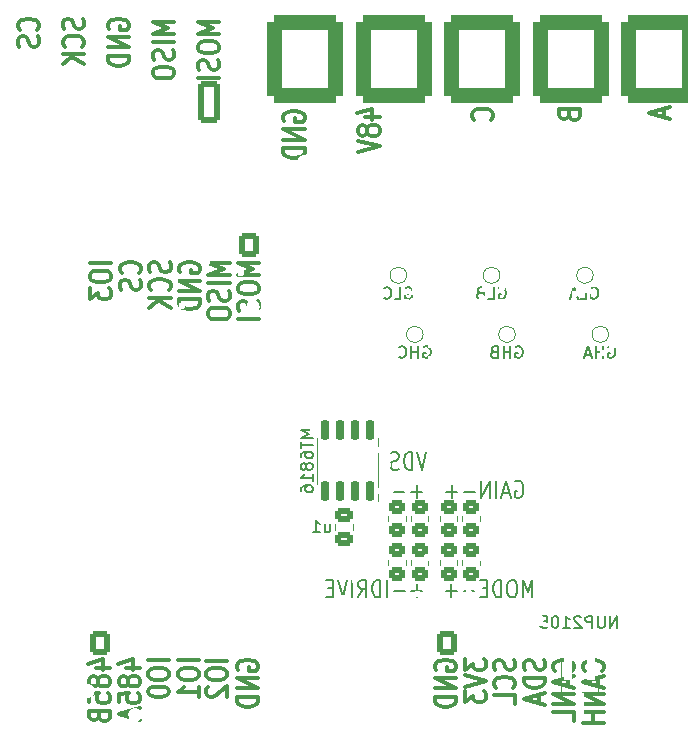
<source format=gbr>
%TF.GenerationSoftware,KiCad,Pcbnew,(6.0.7)*%
%TF.CreationDate,2023-02-02T22:14:04+01:00*%
%TF.ProjectId,bldc,626c6463-2e6b-4696-9361-645f70636258,rev?*%
%TF.SameCoordinates,Original*%
%TF.FileFunction,Legend,Bot*%
%TF.FilePolarity,Positive*%
%FSLAX46Y46*%
G04 Gerber Fmt 4.6, Leading zero omitted, Abs format (unit mm)*
G04 Created by KiCad (PCBNEW (6.0.7)) date 2023-02-02 22:14:04*
%MOMM*%
%LPD*%
G01*
G04 APERTURE LIST*
G04 Aperture macros list*
%AMRoundRect*
0 Rectangle with rounded corners*
0 $1 Rounding radius*
0 $2 $3 $4 $5 $6 $7 $8 $9 X,Y pos of 4 corners*
0 Add a 4 corners polygon primitive as box body*
4,1,4,$2,$3,$4,$5,$6,$7,$8,$9,$2,$3,0*
0 Add four circle primitives for the rounded corners*
1,1,$1+$1,$2,$3*
1,1,$1+$1,$4,$5*
1,1,$1+$1,$6,$7*
1,1,$1+$1,$8,$9*
0 Add four rect primitives between the rounded corners*
20,1,$1+$1,$2,$3,$4,$5,0*
20,1,$1+$1,$4,$5,$6,$7,0*
20,1,$1+$1,$6,$7,$8,$9,0*
20,1,$1+$1,$8,$9,$2,$3,0*%
G04 Aperture macros list end*
%ADD10C,0.300000*%
%ADD11C,0.200000*%
%ADD12C,0.150000*%
%ADD13C,0.120000*%
%ADD14RoundRect,0.650000X2.600000X3.100000X-2.600000X3.100000X-2.600000X-3.100000X2.600000X-3.100000X0*%
%ADD15C,3.200000*%
%ADD16O,1.400000X1.800000*%
%ADD17R,1.000000X1.000000*%
%ADD18O,1.000000X1.000000*%
%ADD19O,1.000000X2.100000*%
%ADD20O,1.000000X1.600000*%
%ADD21C,0.650000*%
%ADD22RoundRect,0.250000X0.650000X1.550000X-0.650000X1.550000X-0.650000X-1.550000X0.650000X-1.550000X0*%
%ADD23O,1.800000X3.600000*%
%ADD24C,1.400000*%
%ADD25O,1.400000X1.400000*%
%ADD26RoundRect,0.250000X0.600000X0.725000X-0.600000X0.725000X-0.600000X-0.725000X0.600000X-0.725000X0*%
%ADD27O,1.700000X1.950000*%
%ADD28RoundRect,0.250000X-0.600000X-0.725000X0.600000X-0.725000X0.600000X0.725000X-0.600000X0.725000X0*%
%ADD29RoundRect,0.250000X0.450000X-0.350000X0.450000X0.350000X-0.450000X0.350000X-0.450000X-0.350000X0*%
%ADD30C,1.000000*%
%ADD31RoundRect,0.250000X-0.450000X0.350000X-0.450000X-0.350000X0.450000X-0.350000X0.450000X0.350000X0*%
%ADD32RoundRect,0.250000X0.475000X-0.337500X0.475000X0.337500X-0.475000X0.337500X-0.475000X-0.337500X0*%
%ADD33RoundRect,0.150000X0.150000X-0.725000X0.150000X0.725000X-0.150000X0.725000X-0.150000X-0.725000X0*%
%ADD34R,0.800000X1.900000*%
%ADD35C,0.600000*%
%ADD36C,1.200000*%
%ADD37C,0.800000*%
G04 APERTURE END LIST*
D10*
X105314285Y-90352142D02*
X103514285Y-90352142D01*
X104800000Y-90852142D01*
X103514285Y-91352142D01*
X105314285Y-91352142D01*
X105314285Y-92066428D02*
X103514285Y-92066428D01*
X105228571Y-92709285D02*
X105314285Y-92923571D01*
X105314285Y-93280714D01*
X105228571Y-93423571D01*
X105142857Y-93495000D01*
X104971428Y-93566428D01*
X104800000Y-93566428D01*
X104628571Y-93495000D01*
X104542857Y-93423571D01*
X104457142Y-93280714D01*
X104371428Y-92995000D01*
X104285714Y-92852142D01*
X104200000Y-92780714D01*
X104028571Y-92709285D01*
X103857142Y-92709285D01*
X103685714Y-92780714D01*
X103600000Y-92852142D01*
X103514285Y-92995000D01*
X103514285Y-93352142D01*
X103600000Y-93566428D01*
X103514285Y-94495000D02*
X103514285Y-94780714D01*
X103600000Y-94923571D01*
X103771428Y-95066428D01*
X104114285Y-95137857D01*
X104714285Y-95137857D01*
X105057142Y-95066428D01*
X105228571Y-94923571D01*
X105314285Y-94780714D01*
X105314285Y-94495000D01*
X105228571Y-94352142D01*
X105057142Y-94209285D01*
X104714285Y-94137857D01*
X104114285Y-94137857D01*
X103771428Y-94209285D01*
X103600000Y-94352142D01*
X103514285Y-94495000D01*
X93742857Y-91009285D02*
X93828571Y-90937857D01*
X93914285Y-90723571D01*
X93914285Y-90580714D01*
X93828571Y-90366428D01*
X93657142Y-90223571D01*
X93485714Y-90152142D01*
X93142857Y-90080714D01*
X92885714Y-90080714D01*
X92542857Y-90152142D01*
X92371428Y-90223571D01*
X92200000Y-90366428D01*
X92114285Y-90580714D01*
X92114285Y-90723571D01*
X92200000Y-90937857D01*
X92285714Y-91009285D01*
X93828571Y-91580714D02*
X93914285Y-91795000D01*
X93914285Y-92152142D01*
X93828571Y-92295000D01*
X93742857Y-92366428D01*
X93571428Y-92437857D01*
X93400000Y-92437857D01*
X93228571Y-92366428D01*
X93142857Y-92295000D01*
X93057142Y-92152142D01*
X92971428Y-91866428D01*
X92885714Y-91723571D01*
X92800000Y-91652142D01*
X92628571Y-91580714D01*
X92457142Y-91580714D01*
X92285714Y-91652142D01*
X92200000Y-91723571D01*
X92114285Y-91866428D01*
X92114285Y-92223571D01*
X92200000Y-92437857D01*
X138771428Y-98252142D02*
X138857142Y-98466428D01*
X138942857Y-98537857D01*
X139114285Y-98609285D01*
X139371428Y-98609285D01*
X139542857Y-98537857D01*
X139628571Y-98466428D01*
X139714285Y-98323571D01*
X139714285Y-97752142D01*
X137914285Y-97752142D01*
X137914285Y-98252142D01*
X138000000Y-98395000D01*
X138085714Y-98466428D01*
X138257142Y-98537857D01*
X138428571Y-98537857D01*
X138600000Y-98466428D01*
X138685714Y-98395000D01*
X138771428Y-98252142D01*
X138771428Y-97752142D01*
X102342857Y-111609285D02*
X102428571Y-111537857D01*
X102514285Y-111323571D01*
X102514285Y-111180714D01*
X102428571Y-110966428D01*
X102257142Y-110823571D01*
X102085714Y-110752142D01*
X101742857Y-110680714D01*
X101485714Y-110680714D01*
X101142857Y-110752142D01*
X100971428Y-110823571D01*
X100800000Y-110966428D01*
X100714285Y-111180714D01*
X100714285Y-111323571D01*
X100800000Y-111537857D01*
X100885714Y-111609285D01*
X102428571Y-112180714D02*
X102514285Y-112395000D01*
X102514285Y-112752142D01*
X102428571Y-112895000D01*
X102342857Y-112966428D01*
X102171428Y-113037857D01*
X102000000Y-113037857D01*
X101828571Y-112966428D01*
X101742857Y-112895000D01*
X101657142Y-112752142D01*
X101571428Y-112466428D01*
X101485714Y-112323571D01*
X101400000Y-112252142D01*
X101228571Y-112180714D01*
X101057142Y-112180714D01*
X100885714Y-112252142D01*
X100800000Y-112323571D01*
X100714285Y-112466428D01*
X100714285Y-112823571D01*
X100800000Y-113037857D01*
X139042857Y-145302482D02*
X139128571Y-145231054D01*
X139214285Y-145016768D01*
X139214285Y-144873911D01*
X139128571Y-144659625D01*
X138957142Y-144516768D01*
X138785714Y-144445339D01*
X138442857Y-144373911D01*
X138185714Y-144373911D01*
X137842857Y-144445339D01*
X137671428Y-144516768D01*
X137500000Y-144659625D01*
X137414285Y-144873911D01*
X137414285Y-145016768D01*
X137500000Y-145231054D01*
X137585714Y-145302482D01*
X138700000Y-145873911D02*
X138700000Y-146588197D01*
X139214285Y-145731054D02*
X137414285Y-146231054D01*
X139214285Y-146731054D01*
X139214285Y-147231054D02*
X137414285Y-147231054D01*
X139214285Y-148088197D01*
X137414285Y-148088197D01*
X139214285Y-149516768D02*
X139214285Y-148802482D01*
X137414285Y-148802482D01*
X136628571Y-144367015D02*
X136714285Y-144581301D01*
X136714285Y-144938443D01*
X136628571Y-145081301D01*
X136542857Y-145152729D01*
X136371428Y-145224158D01*
X136200000Y-145224158D01*
X136028571Y-145152729D01*
X135942857Y-145081301D01*
X135857142Y-144938443D01*
X135771428Y-144652729D01*
X135685714Y-144509872D01*
X135600000Y-144438443D01*
X135428571Y-144367015D01*
X135257142Y-144367015D01*
X135085714Y-144438443D01*
X135000000Y-144509872D01*
X134914285Y-144652729D01*
X134914285Y-145009872D01*
X135000000Y-145224158D01*
X136714285Y-145867015D02*
X134914285Y-145867015D01*
X134914285Y-146224158D01*
X135000000Y-146438443D01*
X135171428Y-146581301D01*
X135342857Y-146652729D01*
X135685714Y-146724158D01*
X135942857Y-146724158D01*
X136285714Y-146652729D01*
X136457142Y-146581301D01*
X136628571Y-146438443D01*
X136714285Y-146224158D01*
X136714285Y-145867015D01*
X136200000Y-147295586D02*
X136200000Y-148009872D01*
X136714285Y-147152729D02*
X134914285Y-147652729D01*
X136714285Y-148152729D01*
X109814285Y-144417754D02*
X108014285Y-144417754D01*
X108014285Y-145417754D02*
X108014285Y-145703469D01*
X108100000Y-145846326D01*
X108271428Y-145989183D01*
X108614285Y-146060612D01*
X109214285Y-146060612D01*
X109557142Y-145989183D01*
X109728571Y-145846326D01*
X109814285Y-145703469D01*
X109814285Y-145417754D01*
X109728571Y-145274897D01*
X109557142Y-145132040D01*
X109214285Y-145060612D01*
X108614285Y-145060612D01*
X108271428Y-145132040D01*
X108100000Y-145274897D01*
X108014285Y-145417754D01*
X108185714Y-146632040D02*
X108100000Y-146703469D01*
X108014285Y-146846326D01*
X108014285Y-147203469D01*
X108100000Y-147346326D01*
X108185714Y-147417754D01*
X108357142Y-147489183D01*
X108528571Y-147489183D01*
X108785714Y-147417754D01*
X109814285Y-146560612D01*
X109814285Y-147489183D01*
X114650000Y-98737857D02*
X114564285Y-98595000D01*
X114564285Y-98380714D01*
X114650000Y-98166428D01*
X114821428Y-98023571D01*
X114992857Y-97952142D01*
X115335714Y-97880714D01*
X115592857Y-97880714D01*
X115935714Y-97952142D01*
X116107142Y-98023571D01*
X116278571Y-98166428D01*
X116364285Y-98380714D01*
X116364285Y-98523571D01*
X116278571Y-98737857D01*
X116192857Y-98809285D01*
X115592857Y-98809285D01*
X115592857Y-98523571D01*
X116364285Y-99452142D02*
X114564285Y-99452142D01*
X116364285Y-100309285D01*
X114564285Y-100309285D01*
X116364285Y-101023571D02*
X114564285Y-101023571D01*
X114564285Y-101380714D01*
X114650000Y-101595000D01*
X114821428Y-101737857D01*
X114992857Y-101809285D01*
X115335714Y-101880714D01*
X115592857Y-101880714D01*
X115935714Y-101809285D01*
X116107142Y-101737857D01*
X116278571Y-101595000D01*
X116364285Y-101380714D01*
X116364285Y-101023571D01*
D11*
X135657142Y-139078571D02*
X135657142Y-137578571D01*
X135257142Y-138650000D01*
X134857142Y-137578571D01*
X134857142Y-139078571D01*
X134057142Y-137578571D02*
X133828571Y-137578571D01*
X133714285Y-137650000D01*
X133600000Y-137792857D01*
X133542857Y-138078571D01*
X133542857Y-138578571D01*
X133600000Y-138864285D01*
X133714285Y-139007142D01*
X133828571Y-139078571D01*
X134057142Y-139078571D01*
X134171428Y-139007142D01*
X134285714Y-138864285D01*
X134342857Y-138578571D01*
X134342857Y-138078571D01*
X134285714Y-137792857D01*
X134171428Y-137650000D01*
X134057142Y-137578571D01*
X133028571Y-139078571D02*
X133028571Y-137578571D01*
X132742857Y-137578571D01*
X132571428Y-137650000D01*
X132457142Y-137792857D01*
X132400000Y-137935714D01*
X132342857Y-138221428D01*
X132342857Y-138435714D01*
X132400000Y-138721428D01*
X132457142Y-138864285D01*
X132571428Y-139007142D01*
X132742857Y-139078571D01*
X133028571Y-139078571D01*
X131828571Y-138292857D02*
X131428571Y-138292857D01*
X131257142Y-139078571D02*
X131828571Y-139078571D01*
X131828571Y-137578571D01*
X131257142Y-137578571D01*
X130742857Y-138507142D02*
X129828571Y-138507142D01*
X129257142Y-138507142D02*
X128342857Y-138507142D01*
X128800000Y-139078571D02*
X128800000Y-137935714D01*
X134200000Y-129250000D02*
X134314285Y-129178571D01*
X134485714Y-129178571D01*
X134657142Y-129250000D01*
X134771428Y-129392857D01*
X134828571Y-129535714D01*
X134885714Y-129821428D01*
X134885714Y-130035714D01*
X134828571Y-130321428D01*
X134771428Y-130464285D01*
X134657142Y-130607142D01*
X134485714Y-130678571D01*
X134371428Y-130678571D01*
X134200000Y-130607142D01*
X134142857Y-130535714D01*
X134142857Y-130035714D01*
X134371428Y-130035714D01*
X133685714Y-130250000D02*
X133114285Y-130250000D01*
X133800000Y-130678571D02*
X133400000Y-129178571D01*
X133000000Y-130678571D01*
X132600000Y-130678571D02*
X132600000Y-129178571D01*
X132028571Y-130678571D02*
X132028571Y-129178571D01*
X131342857Y-130678571D01*
X131342857Y-129178571D01*
X130771428Y-130107142D02*
X129857142Y-130107142D01*
X129285714Y-130107142D02*
X128371428Y-130107142D01*
X128828571Y-130678571D02*
X128828571Y-129535714D01*
X126328571Y-138507142D02*
X125414285Y-138507142D01*
X125871428Y-139078571D02*
X125871428Y-137935714D01*
X124842857Y-138507142D02*
X123928571Y-138507142D01*
X123357142Y-139078571D02*
X123357142Y-137578571D01*
X122785714Y-139078571D02*
X122785714Y-137578571D01*
X122500000Y-137578571D01*
X122328571Y-137650000D01*
X122214285Y-137792857D01*
X122157142Y-137935714D01*
X122100000Y-138221428D01*
X122100000Y-138435714D01*
X122157142Y-138721428D01*
X122214285Y-138864285D01*
X122328571Y-139007142D01*
X122500000Y-139078571D01*
X122785714Y-139078571D01*
X120900000Y-139078571D02*
X121300000Y-138364285D01*
X121585714Y-139078571D02*
X121585714Y-137578571D01*
X121128571Y-137578571D01*
X121014285Y-137650000D01*
X120957142Y-137721428D01*
X120900000Y-137864285D01*
X120900000Y-138078571D01*
X120957142Y-138221428D01*
X121014285Y-138292857D01*
X121128571Y-138364285D01*
X121585714Y-138364285D01*
X120385714Y-139078571D02*
X120385714Y-137578571D01*
X119985714Y-137578571D02*
X119585714Y-139078571D01*
X119185714Y-137578571D01*
X118785714Y-138292857D02*
X118385714Y-138292857D01*
X118214285Y-139078571D02*
X118785714Y-139078571D01*
X118785714Y-137578571D01*
X118214285Y-137578571D01*
D10*
X101214285Y-145039924D02*
X102414285Y-145039924D01*
X100528571Y-144682781D02*
X101814285Y-144325638D01*
X101814285Y-145254209D01*
X101385714Y-146039924D02*
X101300000Y-145897066D01*
X101214285Y-145825638D01*
X101042857Y-145754209D01*
X100957142Y-145754209D01*
X100785714Y-145825638D01*
X100700000Y-145897066D01*
X100614285Y-146039924D01*
X100614285Y-146325638D01*
X100700000Y-146468495D01*
X100785714Y-146539924D01*
X100957142Y-146611352D01*
X101042857Y-146611352D01*
X101214285Y-146539924D01*
X101300000Y-146468495D01*
X101385714Y-146325638D01*
X101385714Y-146039924D01*
X101471428Y-145897066D01*
X101557142Y-145825638D01*
X101728571Y-145754209D01*
X102071428Y-145754209D01*
X102242857Y-145825638D01*
X102328571Y-145897066D01*
X102414285Y-146039924D01*
X102414285Y-146325638D01*
X102328571Y-146468495D01*
X102242857Y-146539924D01*
X102071428Y-146611352D01*
X101728571Y-146611352D01*
X101557142Y-146539924D01*
X101471428Y-146468495D01*
X101385714Y-146325638D01*
X100614285Y-147968495D02*
X100614285Y-147254209D01*
X101471428Y-147182781D01*
X101385714Y-147254209D01*
X101300000Y-147397066D01*
X101300000Y-147754209D01*
X101385714Y-147897066D01*
X101471428Y-147968495D01*
X101642857Y-148039924D01*
X102071428Y-148039924D01*
X102242857Y-147968495D01*
X102328571Y-147897066D01*
X102414285Y-147754209D01*
X102414285Y-147397066D01*
X102328571Y-147254209D01*
X102242857Y-147182781D01*
X101900000Y-148611352D02*
X101900000Y-149325638D01*
X102414285Y-148468495D02*
X100614285Y-148968495D01*
X102414285Y-149468495D01*
X141542857Y-145309285D02*
X141628571Y-145237857D01*
X141714285Y-145023571D01*
X141714285Y-144880714D01*
X141628571Y-144666428D01*
X141457142Y-144523571D01*
X141285714Y-144452142D01*
X140942857Y-144380714D01*
X140685714Y-144380714D01*
X140342857Y-144452142D01*
X140171428Y-144523571D01*
X140000000Y-144666428D01*
X139914285Y-144880714D01*
X139914285Y-145023571D01*
X140000000Y-145237857D01*
X140085714Y-145309285D01*
X141200000Y-145880714D02*
X141200000Y-146595000D01*
X141714285Y-145737857D02*
X139914285Y-146237857D01*
X141714285Y-146737857D01*
X141714285Y-147237857D02*
X139914285Y-147237857D01*
X141714285Y-148095000D01*
X139914285Y-148095000D01*
X141714285Y-148809285D02*
X139914285Y-148809285D01*
X140771428Y-148809285D02*
X140771428Y-149666428D01*
X141714285Y-149666428D02*
X139914285Y-149666428D01*
X110700000Y-145203470D02*
X110614285Y-145060613D01*
X110614285Y-144846327D01*
X110700000Y-144632041D01*
X110871428Y-144489184D01*
X111042857Y-144417755D01*
X111385714Y-144346327D01*
X111642857Y-144346327D01*
X111985714Y-144417755D01*
X112157142Y-144489184D01*
X112328571Y-144632041D01*
X112414285Y-144846327D01*
X112414285Y-144989184D01*
X112328571Y-145203470D01*
X112242857Y-145274898D01*
X111642857Y-145274898D01*
X111642857Y-144989184D01*
X112414285Y-145917755D02*
X110614285Y-145917755D01*
X112414285Y-146774898D01*
X110614285Y-146774898D01*
X112414285Y-147489184D02*
X110614285Y-147489184D01*
X110614285Y-147846327D01*
X110700000Y-148060613D01*
X110871428Y-148203470D01*
X111042857Y-148274898D01*
X111385714Y-148346327D01*
X111642857Y-148346327D01*
X111985714Y-148274898D01*
X112157142Y-148203470D01*
X112328571Y-148060613D01*
X112414285Y-147846327D01*
X112414285Y-147489184D01*
X110014285Y-110752142D02*
X108214285Y-110752142D01*
X109500000Y-111252142D01*
X108214285Y-111752142D01*
X110014285Y-111752142D01*
X110014285Y-112466428D02*
X108214285Y-112466428D01*
X109928571Y-113109285D02*
X110014285Y-113323571D01*
X110014285Y-113680714D01*
X109928571Y-113823571D01*
X109842857Y-113895000D01*
X109671428Y-113966428D01*
X109500000Y-113966428D01*
X109328571Y-113895000D01*
X109242857Y-113823571D01*
X109157142Y-113680714D01*
X109071428Y-113395000D01*
X108985714Y-113252142D01*
X108900000Y-113180714D01*
X108728571Y-113109285D01*
X108557142Y-113109285D01*
X108385714Y-113180714D01*
X108300000Y-113252142D01*
X108214285Y-113395000D01*
X108214285Y-113752142D01*
X108300000Y-113966428D01*
X108214285Y-114895000D02*
X108214285Y-115180714D01*
X108300000Y-115323571D01*
X108471428Y-115466428D01*
X108814285Y-115537857D01*
X109414285Y-115537857D01*
X109757142Y-115466428D01*
X109928571Y-115323571D01*
X110014285Y-115180714D01*
X110014285Y-114895000D01*
X109928571Y-114752142D01*
X109757142Y-114609285D01*
X109414285Y-114537857D01*
X108814285Y-114537857D01*
X108471428Y-114609285D01*
X108300000Y-114752142D01*
X108214285Y-114895000D01*
X100014285Y-110752142D02*
X98214285Y-110752142D01*
X98214285Y-111752142D02*
X98214285Y-112037857D01*
X98300000Y-112180714D01*
X98471428Y-112323571D01*
X98814285Y-112395000D01*
X99414285Y-112395000D01*
X99757142Y-112323571D01*
X99928571Y-112180714D01*
X100014285Y-112037857D01*
X100014285Y-111752142D01*
X99928571Y-111609285D01*
X99757142Y-111466428D01*
X99414285Y-111395000D01*
X98814285Y-111395000D01*
X98471428Y-111466428D01*
X98300000Y-111609285D01*
X98214285Y-111752142D01*
X98214285Y-112895000D02*
X98214285Y-113823571D01*
X98900000Y-113323571D01*
X98900000Y-113537857D01*
X98985714Y-113680714D01*
X99071428Y-113752142D01*
X99242857Y-113823571D01*
X99671428Y-113823571D01*
X99842857Y-113752142D01*
X99928571Y-113680714D01*
X100014285Y-113537857D01*
X100014285Y-113109285D01*
X99928571Y-112966428D01*
X99842857Y-112895000D01*
X104914285Y-144403962D02*
X103114285Y-144403962D01*
X103114285Y-145403962D02*
X103114285Y-145689677D01*
X103200000Y-145832534D01*
X103371428Y-145975391D01*
X103714285Y-146046820D01*
X104314285Y-146046820D01*
X104657142Y-145975391D01*
X104828571Y-145832534D01*
X104914285Y-145689677D01*
X104914285Y-145403962D01*
X104828571Y-145261105D01*
X104657142Y-145118248D01*
X104314285Y-145046820D01*
X103714285Y-145046820D01*
X103371428Y-145118248D01*
X103200000Y-145261105D01*
X103114285Y-145403962D01*
X103114285Y-146975391D02*
X103114285Y-147118248D01*
X103200000Y-147261105D01*
X103285714Y-147332534D01*
X103457142Y-147403962D01*
X103800000Y-147475391D01*
X104228571Y-147475391D01*
X104571428Y-147403962D01*
X104742857Y-147332534D01*
X104828571Y-147261105D01*
X104914285Y-147118248D01*
X104914285Y-146975391D01*
X104828571Y-146832534D01*
X104742857Y-146761105D01*
X104571428Y-146689677D01*
X104228571Y-146618248D01*
X103800000Y-146618248D01*
X103457142Y-146689677D01*
X103285714Y-146761105D01*
X103200000Y-146832534D01*
X103114285Y-146975391D01*
X107414285Y-144410858D02*
X105614285Y-144410858D01*
X105614285Y-145410858D02*
X105614285Y-145696573D01*
X105700000Y-145839430D01*
X105871428Y-145982287D01*
X106214285Y-146053716D01*
X106814285Y-146053716D01*
X107157142Y-145982287D01*
X107328571Y-145839430D01*
X107414285Y-145696573D01*
X107414285Y-145410858D01*
X107328571Y-145268001D01*
X107157142Y-145125144D01*
X106814285Y-145053716D01*
X106214285Y-145053716D01*
X105871428Y-145125144D01*
X105700000Y-145268001D01*
X105614285Y-145410858D01*
X107414285Y-147482287D02*
X107414285Y-146625144D01*
X107414285Y-147053716D02*
X105614285Y-147053716D01*
X105871428Y-146910858D01*
X106042857Y-146768001D01*
X106128571Y-146625144D01*
X105800000Y-111537857D02*
X105714285Y-111395000D01*
X105714285Y-111180714D01*
X105800000Y-110966428D01*
X105971428Y-110823571D01*
X106142857Y-110752142D01*
X106485714Y-110680714D01*
X106742857Y-110680714D01*
X107085714Y-110752142D01*
X107257142Y-110823571D01*
X107428571Y-110966428D01*
X107514285Y-111180714D01*
X107514285Y-111323571D01*
X107428571Y-111537857D01*
X107342857Y-111609285D01*
X106742857Y-111609285D01*
X106742857Y-111323571D01*
X107514285Y-112252142D02*
X105714285Y-112252142D01*
X107514285Y-113109285D01*
X105714285Y-113109285D01*
X107514285Y-113823571D02*
X105714285Y-113823571D01*
X105714285Y-114180714D01*
X105800000Y-114395000D01*
X105971428Y-114537857D01*
X106142857Y-114609285D01*
X106485714Y-114680714D01*
X106742857Y-114680714D01*
X107085714Y-114609285D01*
X107257142Y-114537857D01*
X107428571Y-114395000D01*
X107514285Y-114180714D01*
X107514285Y-113823571D01*
X98714285Y-145033028D02*
X99914285Y-145033028D01*
X98028571Y-144675885D02*
X99314285Y-144318742D01*
X99314285Y-145247313D01*
X98885714Y-146033028D02*
X98800000Y-145890170D01*
X98714285Y-145818742D01*
X98542857Y-145747313D01*
X98457142Y-145747313D01*
X98285714Y-145818742D01*
X98200000Y-145890170D01*
X98114285Y-146033028D01*
X98114285Y-146318742D01*
X98200000Y-146461599D01*
X98285714Y-146533028D01*
X98457142Y-146604456D01*
X98542857Y-146604456D01*
X98714285Y-146533028D01*
X98800000Y-146461599D01*
X98885714Y-146318742D01*
X98885714Y-146033028D01*
X98971428Y-145890170D01*
X99057142Y-145818742D01*
X99228571Y-145747313D01*
X99571428Y-145747313D01*
X99742857Y-145818742D01*
X99828571Y-145890170D01*
X99914285Y-146033028D01*
X99914285Y-146318742D01*
X99828571Y-146461599D01*
X99742857Y-146533028D01*
X99571428Y-146604456D01*
X99228571Y-146604456D01*
X99057142Y-146533028D01*
X98971428Y-146461599D01*
X98885714Y-146318742D01*
X98114285Y-147961599D02*
X98114285Y-147247313D01*
X98971428Y-147175885D01*
X98885714Y-147247313D01*
X98800000Y-147390170D01*
X98800000Y-147747313D01*
X98885714Y-147890170D01*
X98971428Y-147961599D01*
X99142857Y-148033028D01*
X99571428Y-148033028D01*
X99742857Y-147961599D01*
X99828571Y-147890170D01*
X99914285Y-147747313D01*
X99914285Y-147390170D01*
X99828571Y-147247313D01*
X99742857Y-147175885D01*
X98971428Y-149175885D02*
X99057142Y-149390170D01*
X99142857Y-149461599D01*
X99314285Y-149533028D01*
X99571428Y-149533028D01*
X99742857Y-149461599D01*
X99828571Y-149390170D01*
X99914285Y-149247313D01*
X99914285Y-148675885D01*
X98114285Y-148675885D01*
X98114285Y-149175885D01*
X98200000Y-149318742D01*
X98285714Y-149390170D01*
X98457142Y-149461599D01*
X98628571Y-149461599D01*
X98800000Y-149390170D01*
X98885714Y-149318742D01*
X98971428Y-149175885D01*
X98971428Y-148675885D01*
X146800000Y-97680714D02*
X146800000Y-98395000D01*
X147314285Y-97537857D02*
X145514285Y-98037857D01*
X147314285Y-98537857D01*
X112514285Y-110752142D02*
X110714285Y-110752142D01*
X112000000Y-111252142D01*
X110714285Y-111752142D01*
X112514285Y-111752142D01*
X110714285Y-112752142D02*
X110714285Y-113037857D01*
X110800000Y-113180714D01*
X110971428Y-113323571D01*
X111314285Y-113395000D01*
X111914285Y-113395000D01*
X112257142Y-113323571D01*
X112428571Y-113180714D01*
X112514285Y-113037857D01*
X112514285Y-112752142D01*
X112428571Y-112609285D01*
X112257142Y-112466428D01*
X111914285Y-112395000D01*
X111314285Y-112395000D01*
X110971428Y-112466428D01*
X110800000Y-112609285D01*
X110714285Y-112752142D01*
X112428571Y-113966428D02*
X112514285Y-114180714D01*
X112514285Y-114537857D01*
X112428571Y-114680714D01*
X112342857Y-114752142D01*
X112171428Y-114823571D01*
X112000000Y-114823571D01*
X111828571Y-114752142D01*
X111742857Y-114680714D01*
X111657142Y-114537857D01*
X111571428Y-114252142D01*
X111485714Y-114109285D01*
X111400000Y-114037857D01*
X111228571Y-113966428D01*
X111057142Y-113966428D01*
X110885714Y-114037857D01*
X110800000Y-114109285D01*
X110714285Y-114252142D01*
X110714285Y-114609285D01*
X110800000Y-114823571D01*
X112514285Y-115466428D02*
X110714285Y-115466428D01*
X109114285Y-90352142D02*
X107314285Y-90352142D01*
X108600000Y-90852142D01*
X107314285Y-91352142D01*
X109114285Y-91352142D01*
X107314285Y-92352142D02*
X107314285Y-92637857D01*
X107400000Y-92780714D01*
X107571428Y-92923571D01*
X107914285Y-92995000D01*
X108514285Y-92995000D01*
X108857142Y-92923571D01*
X109028571Y-92780714D01*
X109114285Y-92637857D01*
X109114285Y-92352142D01*
X109028571Y-92209285D01*
X108857142Y-92066428D01*
X108514285Y-91995000D01*
X107914285Y-91995000D01*
X107571428Y-92066428D01*
X107400000Y-92209285D01*
X107314285Y-92352142D01*
X109028571Y-93566428D02*
X109114285Y-93780714D01*
X109114285Y-94137857D01*
X109028571Y-94280714D01*
X108942857Y-94352142D01*
X108771428Y-94423571D01*
X108600000Y-94423571D01*
X108428571Y-94352142D01*
X108342857Y-94280714D01*
X108257142Y-94137857D01*
X108171428Y-93852142D01*
X108085714Y-93709285D01*
X108000000Y-93637857D01*
X107828571Y-93566428D01*
X107657142Y-93566428D01*
X107485714Y-93637857D01*
X107400000Y-93709285D01*
X107314285Y-93852142D01*
X107314285Y-94209285D01*
X107400000Y-94423571D01*
X109114285Y-95066428D02*
X107314285Y-95066428D01*
X104928571Y-110680714D02*
X105014285Y-110895000D01*
X105014285Y-111252142D01*
X104928571Y-111395000D01*
X104842857Y-111466428D01*
X104671428Y-111537857D01*
X104500000Y-111537857D01*
X104328571Y-111466428D01*
X104242857Y-111395000D01*
X104157142Y-111252142D01*
X104071428Y-110966428D01*
X103985714Y-110823571D01*
X103900000Y-110752142D01*
X103728571Y-110680714D01*
X103557142Y-110680714D01*
X103385714Y-110752142D01*
X103300000Y-110823571D01*
X103214285Y-110966428D01*
X103214285Y-111323571D01*
X103300000Y-111537857D01*
X104842857Y-113037857D02*
X104928571Y-112966428D01*
X105014285Y-112752142D01*
X105014285Y-112609285D01*
X104928571Y-112395000D01*
X104757142Y-112252142D01*
X104585714Y-112180714D01*
X104242857Y-112109285D01*
X103985714Y-112109285D01*
X103642857Y-112180714D01*
X103471428Y-112252142D01*
X103300000Y-112395000D01*
X103214285Y-112609285D01*
X103214285Y-112752142D01*
X103300000Y-112966428D01*
X103385714Y-113037857D01*
X105014285Y-113680714D02*
X103214285Y-113680714D01*
X105014285Y-114537857D02*
X103985714Y-113895000D01*
X103214285Y-114537857D02*
X104242857Y-113680714D01*
X129914285Y-144281794D02*
X129914285Y-145210366D01*
X130600000Y-144710366D01*
X130600000Y-144924651D01*
X130685714Y-145067509D01*
X130771428Y-145138937D01*
X130942857Y-145210366D01*
X131371428Y-145210366D01*
X131542857Y-145138937D01*
X131628571Y-145067509D01*
X131714285Y-144924651D01*
X131714285Y-144496080D01*
X131628571Y-144353223D01*
X131542857Y-144281794D01*
X129914285Y-145638937D02*
X131714285Y-146138937D01*
X129914285Y-146638937D01*
X129914285Y-146996080D02*
X129914285Y-147924651D01*
X130600000Y-147424651D01*
X130600000Y-147638937D01*
X130685714Y-147781794D01*
X130771428Y-147853223D01*
X130942857Y-147924651D01*
X131371428Y-147924651D01*
X131542857Y-147853223D01*
X131628571Y-147781794D01*
X131714285Y-147638937D01*
X131714285Y-147210366D01*
X131628571Y-147067509D01*
X131542857Y-146996080D01*
X127500000Y-145203470D02*
X127414285Y-145060613D01*
X127414285Y-144846327D01*
X127500000Y-144632041D01*
X127671428Y-144489184D01*
X127842857Y-144417755D01*
X128185714Y-144346327D01*
X128442857Y-144346327D01*
X128785714Y-144417755D01*
X128957142Y-144489184D01*
X129128571Y-144632041D01*
X129214285Y-144846327D01*
X129214285Y-144989184D01*
X129128571Y-145203470D01*
X129042857Y-145274898D01*
X128442857Y-145274898D01*
X128442857Y-144989184D01*
X129214285Y-145917755D02*
X127414285Y-145917755D01*
X129214285Y-146774898D01*
X127414285Y-146774898D01*
X129214285Y-147489184D02*
X127414285Y-147489184D01*
X127414285Y-147846327D01*
X127500000Y-148060613D01*
X127671428Y-148203470D01*
X127842857Y-148274898D01*
X128185714Y-148346327D01*
X128442857Y-148346327D01*
X128785714Y-148274898D01*
X128957142Y-148203470D01*
X129128571Y-148060613D01*
X129214285Y-147846327D01*
X129214285Y-147489184D01*
D11*
X126671428Y-126771071D02*
X126271428Y-128271071D01*
X125871428Y-126771071D01*
X125471428Y-128271071D02*
X125471428Y-126771071D01*
X125185714Y-126771071D01*
X125014285Y-126842500D01*
X124900000Y-126985357D01*
X124842857Y-127128214D01*
X124785714Y-127413928D01*
X124785714Y-127628214D01*
X124842857Y-127913928D01*
X124900000Y-128056785D01*
X125014285Y-128199642D01*
X125185714Y-128271071D01*
X125471428Y-128271071D01*
X124328571Y-128199642D02*
X124157142Y-128271071D01*
X123871428Y-128271071D01*
X123757142Y-128199642D01*
X123700000Y-128128214D01*
X123642857Y-127985357D01*
X123642857Y-127842500D01*
X123700000Y-127699642D01*
X123757142Y-127628214D01*
X123871428Y-127556785D01*
X124100000Y-127485357D01*
X124214285Y-127413928D01*
X124271428Y-127342500D01*
X124328571Y-127199642D01*
X124328571Y-127056785D01*
X124271428Y-126913928D01*
X124214285Y-126842500D01*
X124100000Y-126771071D01*
X123814285Y-126771071D01*
X123642857Y-126842500D01*
X126300000Y-130114642D02*
X125385714Y-130114642D01*
X125842857Y-130686071D02*
X125842857Y-129543214D01*
X124814285Y-130114642D02*
X123900000Y-130114642D01*
D10*
X97628571Y-90080714D02*
X97714285Y-90295000D01*
X97714285Y-90652142D01*
X97628571Y-90795000D01*
X97542857Y-90866428D01*
X97371428Y-90937857D01*
X97200000Y-90937857D01*
X97028571Y-90866428D01*
X96942857Y-90795000D01*
X96857142Y-90652142D01*
X96771428Y-90366428D01*
X96685714Y-90223571D01*
X96600000Y-90152142D01*
X96428571Y-90080714D01*
X96257142Y-90080714D01*
X96085714Y-90152142D01*
X96000000Y-90223571D01*
X95914285Y-90366428D01*
X95914285Y-90723571D01*
X96000000Y-90937857D01*
X97542857Y-92437857D02*
X97628571Y-92366428D01*
X97714285Y-92152142D01*
X97714285Y-92009285D01*
X97628571Y-91795000D01*
X97457142Y-91652142D01*
X97285714Y-91580714D01*
X96942857Y-91509285D01*
X96685714Y-91509285D01*
X96342857Y-91580714D01*
X96171428Y-91652142D01*
X96000000Y-91795000D01*
X95914285Y-92009285D01*
X95914285Y-92152142D01*
X96000000Y-92366428D01*
X96085714Y-92437857D01*
X97714285Y-93080714D02*
X95914285Y-93080714D01*
X97714285Y-93937857D02*
X96685714Y-93295000D01*
X95914285Y-93937857D02*
X96942857Y-93080714D01*
X132142857Y-98609285D02*
X132228571Y-98537857D01*
X132314285Y-98323571D01*
X132314285Y-98180714D01*
X132228571Y-97966428D01*
X132057142Y-97823571D01*
X131885714Y-97752142D01*
X131542857Y-97680714D01*
X131285714Y-97680714D01*
X130942857Y-97752142D01*
X130771428Y-97823571D01*
X130600000Y-97966428D01*
X130514285Y-98180714D01*
X130514285Y-98323571D01*
X130600000Y-98537857D01*
X130685714Y-98609285D01*
X134128571Y-144360119D02*
X134214285Y-144574405D01*
X134214285Y-144931547D01*
X134128571Y-145074405D01*
X134042857Y-145145833D01*
X133871428Y-145217262D01*
X133700000Y-145217262D01*
X133528571Y-145145833D01*
X133442857Y-145074405D01*
X133357142Y-144931547D01*
X133271428Y-144645833D01*
X133185714Y-144502976D01*
X133100000Y-144431547D01*
X132928571Y-144360119D01*
X132757142Y-144360119D01*
X132585714Y-144431547D01*
X132500000Y-144502976D01*
X132414285Y-144645833D01*
X132414285Y-145002976D01*
X132500000Y-145217262D01*
X134042857Y-146717262D02*
X134128571Y-146645833D01*
X134214285Y-146431547D01*
X134214285Y-146288690D01*
X134128571Y-146074405D01*
X133957142Y-145931547D01*
X133785714Y-145860119D01*
X133442857Y-145788690D01*
X133185714Y-145788690D01*
X132842857Y-145860119D01*
X132671428Y-145931547D01*
X132500000Y-146074405D01*
X132414285Y-146288690D01*
X132414285Y-146431547D01*
X132500000Y-146645833D01*
X132585714Y-146717262D01*
X134214285Y-148074405D02*
X134214285Y-147360119D01*
X132414285Y-147360119D01*
X121514285Y-98395000D02*
X122714285Y-98395000D01*
X120828571Y-98037857D02*
X122114285Y-97680714D01*
X122114285Y-98609285D01*
X121685714Y-99395000D02*
X121600000Y-99252142D01*
X121514285Y-99180714D01*
X121342857Y-99109285D01*
X121257142Y-99109285D01*
X121085714Y-99180714D01*
X121000000Y-99252142D01*
X120914285Y-99395000D01*
X120914285Y-99680714D01*
X121000000Y-99823571D01*
X121085714Y-99895000D01*
X121257142Y-99966428D01*
X121342857Y-99966428D01*
X121514285Y-99895000D01*
X121600000Y-99823571D01*
X121685714Y-99680714D01*
X121685714Y-99395000D01*
X121771428Y-99252142D01*
X121857142Y-99180714D01*
X122028571Y-99109285D01*
X122371428Y-99109285D01*
X122542857Y-99180714D01*
X122628571Y-99252142D01*
X122714285Y-99395000D01*
X122714285Y-99680714D01*
X122628571Y-99823571D01*
X122542857Y-99895000D01*
X122371428Y-99966428D01*
X122028571Y-99966428D01*
X121857142Y-99895000D01*
X121771428Y-99823571D01*
X121685714Y-99680714D01*
X120914285Y-100395000D02*
X122714285Y-100895000D01*
X120914285Y-101395000D01*
X99800000Y-90937857D02*
X99714285Y-90795000D01*
X99714285Y-90580714D01*
X99800000Y-90366428D01*
X99971428Y-90223571D01*
X100142857Y-90152142D01*
X100485714Y-90080714D01*
X100742857Y-90080714D01*
X101085714Y-90152142D01*
X101257142Y-90223571D01*
X101428571Y-90366428D01*
X101514285Y-90580714D01*
X101514285Y-90723571D01*
X101428571Y-90937857D01*
X101342857Y-91009285D01*
X100742857Y-91009285D01*
X100742857Y-90723571D01*
X101514285Y-91652142D02*
X99714285Y-91652142D01*
X101514285Y-92509285D01*
X99714285Y-92509285D01*
X101514285Y-93223571D02*
X99714285Y-93223571D01*
X99714285Y-93580714D01*
X99800000Y-93795000D01*
X99971428Y-93937857D01*
X100142857Y-94009285D01*
X100485714Y-94080714D01*
X100742857Y-94080714D01*
X101085714Y-94009285D01*
X101257142Y-93937857D01*
X101428571Y-93795000D01*
X101514285Y-93580714D01*
X101514285Y-93223571D01*
D12*
%TO.C,TP3*%
X134261904Y-117850000D02*
X134357142Y-117802380D01*
X134500000Y-117802380D01*
X134642857Y-117850000D01*
X134738095Y-117945238D01*
X134785714Y-118040476D01*
X134833333Y-118230952D01*
X134833333Y-118373809D01*
X134785714Y-118564285D01*
X134738095Y-118659523D01*
X134642857Y-118754761D01*
X134500000Y-118802380D01*
X134404761Y-118802380D01*
X134261904Y-118754761D01*
X134214285Y-118707142D01*
X134214285Y-118373809D01*
X134404761Y-118373809D01*
X133785714Y-118802380D02*
X133785714Y-117802380D01*
X133785714Y-118278571D02*
X133214285Y-118278571D01*
X133214285Y-118802380D02*
X133214285Y-117802380D01*
X132404761Y-118278571D02*
X132261904Y-118326190D01*
X132214285Y-118373809D01*
X132166666Y-118469047D01*
X132166666Y-118611904D01*
X132214285Y-118707142D01*
X132261904Y-118754761D01*
X132357142Y-118802380D01*
X132738095Y-118802380D01*
X132738095Y-117802380D01*
X132404761Y-117802380D01*
X132309523Y-117850000D01*
X132261904Y-117897619D01*
X132214285Y-117992857D01*
X132214285Y-118088095D01*
X132261904Y-118183333D01*
X132309523Y-118230952D01*
X132404761Y-118278571D01*
X132738095Y-118278571D01*
%TO.C,TP5*%
X126461904Y-117850000D02*
X126557142Y-117802380D01*
X126700000Y-117802380D01*
X126842857Y-117850000D01*
X126938095Y-117945238D01*
X126985714Y-118040476D01*
X127033333Y-118230952D01*
X127033333Y-118373809D01*
X126985714Y-118564285D01*
X126938095Y-118659523D01*
X126842857Y-118754761D01*
X126700000Y-118802380D01*
X126604761Y-118802380D01*
X126461904Y-118754761D01*
X126414285Y-118707142D01*
X126414285Y-118373809D01*
X126604761Y-118373809D01*
X125985714Y-118802380D02*
X125985714Y-117802380D01*
X125985714Y-118278571D02*
X125414285Y-118278571D01*
X125414285Y-118802380D02*
X125414285Y-117802380D01*
X124366666Y-118707142D02*
X124414285Y-118754761D01*
X124557142Y-118802380D01*
X124652380Y-118802380D01*
X124795238Y-118754761D01*
X124890476Y-118659523D01*
X124938095Y-118564285D01*
X124985714Y-118373809D01*
X124985714Y-118230952D01*
X124938095Y-118040476D01*
X124890476Y-117945238D01*
X124795238Y-117850000D01*
X124652380Y-117802380D01*
X124557142Y-117802380D01*
X124414285Y-117850000D01*
X124366666Y-117897619D01*
%TO.C,TP1*%
X142090476Y-117850000D02*
X142185714Y-117802380D01*
X142328571Y-117802380D01*
X142471428Y-117850000D01*
X142566666Y-117945238D01*
X142614285Y-118040476D01*
X142661904Y-118230952D01*
X142661904Y-118373809D01*
X142614285Y-118564285D01*
X142566666Y-118659523D01*
X142471428Y-118754761D01*
X142328571Y-118802380D01*
X142233333Y-118802380D01*
X142090476Y-118754761D01*
X142042857Y-118707142D01*
X142042857Y-118373809D01*
X142233333Y-118373809D01*
X141614285Y-118802380D02*
X141614285Y-117802380D01*
X141614285Y-118278571D02*
X141042857Y-118278571D01*
X141042857Y-118802380D02*
X141042857Y-117802380D01*
X140614285Y-118516666D02*
X140138095Y-118516666D01*
X140709523Y-118802380D02*
X140376190Y-117802380D01*
X140042857Y-118802380D01*
%TO.C,C34*%
X118061904Y-132885714D02*
X118061904Y-133552380D01*
X118490476Y-132885714D02*
X118490476Y-133409523D01*
X118442857Y-133504761D01*
X118347619Y-133552380D01*
X118204761Y-133552380D01*
X118109523Y-133504761D01*
X118061904Y-133457142D01*
X117061904Y-133552380D02*
X117633333Y-133552380D01*
X117347619Y-133552380D02*
X117347619Y-132552380D01*
X117442857Y-132695238D01*
X117538095Y-132790476D01*
X117633333Y-132838095D01*
%TO.C,TP6*%
X124942857Y-112850000D02*
X125038095Y-112802380D01*
X125180952Y-112802380D01*
X125323809Y-112850000D01*
X125419047Y-112945238D01*
X125466666Y-113040476D01*
X125514285Y-113230952D01*
X125514285Y-113373809D01*
X125466666Y-113564285D01*
X125419047Y-113659523D01*
X125323809Y-113754761D01*
X125180952Y-113802380D01*
X125085714Y-113802380D01*
X124942857Y-113754761D01*
X124895238Y-113707142D01*
X124895238Y-113373809D01*
X125085714Y-113373809D01*
X123990476Y-113802380D02*
X124466666Y-113802380D01*
X124466666Y-112802380D01*
X123085714Y-113707142D02*
X123133333Y-113754761D01*
X123276190Y-113802380D01*
X123371428Y-113802380D01*
X123514285Y-113754761D01*
X123609523Y-113659523D01*
X123657142Y-113564285D01*
X123704761Y-113373809D01*
X123704761Y-113230952D01*
X123657142Y-113040476D01*
X123609523Y-112945238D01*
X123514285Y-112850000D01*
X123371428Y-112802380D01*
X123276190Y-112802380D01*
X123133333Y-112850000D01*
X123085714Y-112897619D01*
%TO.C,TP4*%
X132842857Y-112850000D02*
X132938095Y-112802380D01*
X133080952Y-112802380D01*
X133223809Y-112850000D01*
X133319047Y-112945238D01*
X133366666Y-113040476D01*
X133414285Y-113230952D01*
X133414285Y-113373809D01*
X133366666Y-113564285D01*
X133319047Y-113659523D01*
X133223809Y-113754761D01*
X133080952Y-113802380D01*
X132985714Y-113802380D01*
X132842857Y-113754761D01*
X132795238Y-113707142D01*
X132795238Y-113373809D01*
X132985714Y-113373809D01*
X131890476Y-113802380D02*
X132366666Y-113802380D01*
X132366666Y-112802380D01*
X131223809Y-113278571D02*
X131080952Y-113326190D01*
X131033333Y-113373809D01*
X130985714Y-113469047D01*
X130985714Y-113611904D01*
X131033333Y-113707142D01*
X131080952Y-113754761D01*
X131176190Y-113802380D01*
X131557142Y-113802380D01*
X131557142Y-112802380D01*
X131223809Y-112802380D01*
X131128571Y-112850000D01*
X131080952Y-112897619D01*
X131033333Y-112992857D01*
X131033333Y-113088095D01*
X131080952Y-113183333D01*
X131128571Y-113230952D01*
X131223809Y-113278571D01*
X131557142Y-113278571D01*
%TO.C,U4*%
X117052380Y-124880952D02*
X116052380Y-124880952D01*
X116766666Y-125214285D01*
X116052380Y-125547619D01*
X117052380Y-125547619D01*
X116052380Y-125880952D02*
X116052380Y-126452380D01*
X117052380Y-126166666D02*
X116052380Y-126166666D01*
X116052380Y-127214285D02*
X116052380Y-127023809D01*
X116100000Y-126928571D01*
X116147619Y-126880952D01*
X116290476Y-126785714D01*
X116480952Y-126738095D01*
X116861904Y-126738095D01*
X116957142Y-126785714D01*
X117004761Y-126833333D01*
X117052380Y-126928571D01*
X117052380Y-127119047D01*
X117004761Y-127214285D01*
X116957142Y-127261904D01*
X116861904Y-127309523D01*
X116623809Y-127309523D01*
X116528571Y-127261904D01*
X116480952Y-127214285D01*
X116433333Y-127119047D01*
X116433333Y-126928571D01*
X116480952Y-126833333D01*
X116528571Y-126785714D01*
X116623809Y-126738095D01*
X116480952Y-127880952D02*
X116433333Y-127785714D01*
X116385714Y-127738095D01*
X116290476Y-127690476D01*
X116242857Y-127690476D01*
X116147619Y-127738095D01*
X116100000Y-127785714D01*
X116052380Y-127880952D01*
X116052380Y-128071428D01*
X116100000Y-128166666D01*
X116147619Y-128214285D01*
X116242857Y-128261904D01*
X116290476Y-128261904D01*
X116385714Y-128214285D01*
X116433333Y-128166666D01*
X116480952Y-128071428D01*
X116480952Y-127880952D01*
X116528571Y-127785714D01*
X116576190Y-127738095D01*
X116671428Y-127690476D01*
X116861904Y-127690476D01*
X116957142Y-127738095D01*
X117004761Y-127785714D01*
X117052380Y-127880952D01*
X117052380Y-128071428D01*
X117004761Y-128166666D01*
X116957142Y-128214285D01*
X116861904Y-128261904D01*
X116671428Y-128261904D01*
X116576190Y-128214285D01*
X116528571Y-128166666D01*
X116480952Y-128071428D01*
X117052380Y-129214285D02*
X117052380Y-128642857D01*
X117052380Y-128928571D02*
X116052380Y-128928571D01*
X116195238Y-128833333D01*
X116290476Y-128738095D01*
X116338095Y-128642857D01*
X116052380Y-130071428D02*
X116052380Y-129880952D01*
X116100000Y-129785714D01*
X116147619Y-129738095D01*
X116290476Y-129642857D01*
X116480952Y-129595238D01*
X116861904Y-129595238D01*
X116957142Y-129642857D01*
X117004761Y-129690476D01*
X117052380Y-129785714D01*
X117052380Y-129976190D01*
X117004761Y-130071428D01*
X116957142Y-130119047D01*
X116861904Y-130166666D01*
X116623809Y-130166666D01*
X116528571Y-130119047D01*
X116480952Y-130071428D01*
X116433333Y-129976190D01*
X116433333Y-129785714D01*
X116480952Y-129690476D01*
X116528571Y-129642857D01*
X116623809Y-129595238D01*
%TO.C,D6*%
X142814285Y-141652380D02*
X142814285Y-140652380D01*
X142242857Y-141652380D01*
X142242857Y-140652380D01*
X141766666Y-140652380D02*
X141766666Y-141461904D01*
X141719047Y-141557142D01*
X141671428Y-141604761D01*
X141576190Y-141652380D01*
X141385714Y-141652380D01*
X141290476Y-141604761D01*
X141242857Y-141557142D01*
X141195238Y-141461904D01*
X141195238Y-140652380D01*
X140719047Y-141652380D02*
X140719047Y-140652380D01*
X140338095Y-140652380D01*
X140242857Y-140700000D01*
X140195238Y-140747619D01*
X140147619Y-140842857D01*
X140147619Y-140985714D01*
X140195238Y-141080952D01*
X140242857Y-141128571D01*
X140338095Y-141176190D01*
X140719047Y-141176190D01*
X139766666Y-140747619D02*
X139719047Y-140700000D01*
X139623809Y-140652380D01*
X139385714Y-140652380D01*
X139290476Y-140700000D01*
X139242857Y-140747619D01*
X139195238Y-140842857D01*
X139195238Y-140938095D01*
X139242857Y-141080952D01*
X139814285Y-141652380D01*
X139195238Y-141652380D01*
X138242857Y-141652380D02*
X138814285Y-141652380D01*
X138528571Y-141652380D02*
X138528571Y-140652380D01*
X138623809Y-140795238D01*
X138719047Y-140890476D01*
X138814285Y-140938095D01*
X137623809Y-140652380D02*
X137528571Y-140652380D01*
X137433333Y-140700000D01*
X137385714Y-140747619D01*
X137338095Y-140842857D01*
X137290476Y-141033333D01*
X137290476Y-141271428D01*
X137338095Y-141461904D01*
X137385714Y-141557142D01*
X137433333Y-141604761D01*
X137528571Y-141652380D01*
X137623809Y-141652380D01*
X137719047Y-141604761D01*
X137766666Y-141557142D01*
X137814285Y-141461904D01*
X137861904Y-141271428D01*
X137861904Y-141033333D01*
X137814285Y-140842857D01*
X137766666Y-140747619D01*
X137719047Y-140700000D01*
X137623809Y-140652380D01*
X136385714Y-140652380D02*
X136861904Y-140652380D01*
X136909523Y-141128571D01*
X136861904Y-141080952D01*
X136766666Y-141033333D01*
X136528571Y-141033333D01*
X136433333Y-141080952D01*
X136385714Y-141128571D01*
X136338095Y-141223809D01*
X136338095Y-141461904D01*
X136385714Y-141557142D01*
X136433333Y-141604761D01*
X136528571Y-141652380D01*
X136766666Y-141652380D01*
X136861904Y-141604761D01*
X136909523Y-141557142D01*
%TO.C,TP2*%
X140671428Y-112850000D02*
X140766666Y-112802380D01*
X140909523Y-112802380D01*
X141052380Y-112850000D01*
X141147619Y-112945238D01*
X141195238Y-113040476D01*
X141242857Y-113230952D01*
X141242857Y-113373809D01*
X141195238Y-113564285D01*
X141147619Y-113659523D01*
X141052380Y-113754761D01*
X140909523Y-113802380D01*
X140814285Y-113802380D01*
X140671428Y-113754761D01*
X140623809Y-113707142D01*
X140623809Y-113373809D01*
X140814285Y-113373809D01*
X139719047Y-113802380D02*
X140195238Y-113802380D01*
X140195238Y-112802380D01*
X139433333Y-113516666D02*
X138957142Y-113516666D01*
X139528571Y-113802380D02*
X139195238Y-112802380D01*
X138861904Y-113802380D01*
D13*
%TO.C,R20*%
X123465000Y-136327064D02*
X123465000Y-135872936D01*
X124935000Y-136327064D02*
X124935000Y-135872936D01*
%TO.C,TP3*%
X134200000Y-116800000D02*
G75*
G03*
X134200000Y-116800000I-700000J0D01*
G01*
%TO.C,R16*%
X129285000Y-132627064D02*
X129285000Y-132172936D01*
X127815000Y-132627064D02*
X127815000Y-132172936D01*
%TO.C,R22*%
X131185000Y-136327064D02*
X131185000Y-135872936D01*
X129715000Y-136327064D02*
X129715000Y-135872936D01*
%TO.C,TP5*%
X126400000Y-116800000D02*
G75*
G03*
X126400000Y-116800000I-700000J0D01*
G01*
%TO.C,R17*%
X129715000Y-132172936D02*
X129715000Y-132627064D01*
X131185000Y-132172936D02*
X131185000Y-132627064D01*
%TO.C,TP1*%
X142100000Y-116800000D02*
G75*
G03*
X142100000Y-116800000I-700000J0D01*
G01*
%TO.C,R23*%
X125365000Y-132627064D02*
X125365000Y-132172936D01*
X126835000Y-132627064D02*
X126835000Y-132172936D01*
%TO.C,R19*%
X125365000Y-135872936D02*
X125365000Y-136327064D01*
X126835000Y-135872936D02*
X126835000Y-136327064D01*
%TO.C,R24*%
X123465000Y-132172936D02*
X123465000Y-132627064D01*
X124935000Y-132172936D02*
X124935000Y-132627064D01*
%TO.C,C34*%
X120435000Y-133361252D02*
X120435000Y-132838748D01*
X118965000Y-133361252D02*
X118965000Y-132838748D01*
%TO.C,TP6*%
X125000000Y-111800000D02*
G75*
G03*
X125000000Y-111800000I-700000J0D01*
G01*
%TO.C,TP4*%
X132900000Y-111800000D02*
G75*
G03*
X132900000Y-111800000I-700000J0D01*
G01*
%TO.C,U4*%
X122560000Y-127500000D02*
X122560000Y-125550000D01*
X122560000Y-127500000D02*
X122560000Y-130950000D01*
X117440000Y-127500000D02*
X117440000Y-129450000D01*
X117440000Y-127500000D02*
X117440000Y-125550000D01*
%TO.C,D6*%
X138070000Y-147360000D02*
X139000000Y-147360000D01*
X141230000Y-147360000D02*
X140300000Y-147360000D01*
X141230000Y-147360000D02*
X141230000Y-145900000D01*
X138070000Y-147360000D02*
X138070000Y-144200000D01*
%TO.C,R21*%
X129285000Y-135872936D02*
X129285000Y-136327064D01*
X127815000Y-135872936D02*
X127815000Y-136327064D01*
%TO.C,TP2*%
X140800000Y-111800000D02*
G75*
G03*
X140800000Y-111800000I-700000J0D01*
G01*
%TD*%
%LPC*%
D14*
%TO.C,J15*%
X116400000Y-93500000D03*
%TD*%
D15*
%TO.C,H2*%
X93000000Y-149000000D03*
%TD*%
D16*
%TO.C,SW1*%
X137150000Y-138350000D03*
X139650000Y-138350000D03*
X142150000Y-138350000D03*
%TD*%
D17*
%TO.C,J7*%
X93435000Y-111970000D03*
D18*
X92165000Y-111970000D03*
X93435000Y-110700000D03*
X92165000Y-110700000D03*
X93435000Y-109430000D03*
X92165000Y-109430000D03*
%TD*%
D19*
%TO.C,J8*%
X115680000Y-145370000D03*
D20*
X124320000Y-149550000D03*
D19*
X124320000Y-145370000D03*
D20*
X115680000Y-149550000D03*
D21*
X122890000Y-145900000D03*
X117110000Y-145900000D03*
%TD*%
D14*
%TO.C,J13*%
X131400000Y-93500000D03*
%TD*%
D15*
%TO.C,H4*%
X147000000Y-149000000D03*
%TD*%
D14*
%TO.C,J14*%
X123900000Y-93500000D03*
%TD*%
D22*
%TO.C,J16*%
X108300000Y-97100000D03*
D23*
X104490000Y-97100000D03*
X100680000Y-97100000D03*
X96870000Y-97100000D03*
X93060000Y-97100000D03*
%TD*%
D24*
%TO.C,TH1*%
X116800000Y-122955000D03*
D25*
X116800000Y-121055000D03*
%TD*%
D15*
%TO.C,H1*%
X147000000Y-103000000D03*
%TD*%
%TO.C,H3*%
X93000000Y-103000000D03*
%TD*%
D16*
%TO.C,SW3*%
X106300000Y-139600000D03*
X103800000Y-139600000D03*
X101300000Y-139600000D03*
%TD*%
D26*
%TO.C,J6*%
X111650000Y-109250000D03*
D27*
X109150000Y-109250000D03*
X106650000Y-109250000D03*
X104150000Y-109250000D03*
X101650000Y-109250000D03*
X99150000Y-109250000D03*
%TD*%
D14*
%TO.C,J11*%
X146400000Y-93500000D03*
%TD*%
D28*
%TO.C,J10*%
X99050000Y-142950000D03*
D27*
X101550000Y-142950000D03*
X104050000Y-142950000D03*
X106550000Y-142950000D03*
X109050000Y-142950000D03*
X111550000Y-142950000D03*
%TD*%
D14*
%TO.C,J12*%
X138900000Y-93500000D03*
%TD*%
D28*
%TO.C,J9*%
X128400000Y-142950000D03*
D27*
X130900000Y-142950000D03*
X133400000Y-142950000D03*
X135900000Y-142950000D03*
X138400000Y-142950000D03*
X140900000Y-142950000D03*
%TD*%
D29*
%TO.C,R20*%
X124200000Y-137100000D03*
X124200000Y-135100000D03*
%TD*%
D30*
%TO.C,TP3*%
X133500000Y-116800000D03*
%TD*%
D29*
%TO.C,R16*%
X128550000Y-133400000D03*
X128550000Y-131400000D03*
%TD*%
%TO.C,R22*%
X130450000Y-137100000D03*
X130450000Y-135100000D03*
%TD*%
D30*
%TO.C,TP5*%
X125700000Y-116800000D03*
%TD*%
D31*
%TO.C,R17*%
X130450000Y-131400000D03*
X130450000Y-133400000D03*
%TD*%
D30*
%TO.C,TP1*%
X141400000Y-116800000D03*
%TD*%
D29*
%TO.C,R23*%
X126100000Y-133400000D03*
X126100000Y-131400000D03*
%TD*%
D31*
%TO.C,R19*%
X126100000Y-135100000D03*
X126100000Y-137100000D03*
%TD*%
%TO.C,R24*%
X124200000Y-131400000D03*
X124200000Y-133400000D03*
%TD*%
D32*
%TO.C,C34*%
X119700000Y-134137500D03*
X119700000Y-132062500D03*
%TD*%
D30*
%TO.C,TP6*%
X124300000Y-111800000D03*
%TD*%
%TO.C,TP4*%
X132200000Y-111800000D03*
%TD*%
D33*
%TO.C,U4*%
X121905000Y-130075000D03*
X120635000Y-130075000D03*
X119365000Y-130075000D03*
X118095000Y-130075000D03*
X118095000Y-124925000D03*
X119365000Y-124925000D03*
X120635000Y-124925000D03*
X121905000Y-124925000D03*
%TD*%
D34*
%TO.C,D6*%
X138700000Y-145100000D03*
X140600000Y-145100000D03*
X139650000Y-148100000D03*
%TD*%
D31*
%TO.C,R21*%
X128550000Y-135100000D03*
X128550000Y-137100000D03*
%TD*%
D30*
%TO.C,TP2*%
X140100000Y-111800000D03*
%TD*%
D35*
X141550000Y-111800000D03*
X141050000Y-112500000D03*
X145500000Y-106700000D03*
X145500000Y-107500000D03*
X144600000Y-108500000D03*
X145500000Y-108500000D03*
X145500000Y-109400000D03*
X144600000Y-110800000D03*
X145500000Y-110500000D03*
X145500000Y-111500000D03*
X145500000Y-112400000D03*
X143100000Y-115000000D03*
X143900000Y-114600000D03*
X143900000Y-113500000D03*
X144500000Y-113100000D03*
X145500000Y-113400000D03*
X145500000Y-114700000D03*
X144600000Y-115300000D03*
X143800000Y-115700000D03*
X143900000Y-116800000D03*
X145500000Y-116200000D03*
X145500000Y-117600000D03*
X148500000Y-119300000D03*
X146900000Y-119500000D03*
X148500000Y-118100000D03*
X146200000Y-118600000D03*
X145800000Y-119500000D03*
X142700000Y-119500000D03*
X143800000Y-119500000D03*
X143900000Y-118500000D03*
X143500000Y-117800000D03*
X142400000Y-117800000D03*
X141600000Y-118400000D03*
X141300000Y-119500000D03*
X139400000Y-119500000D03*
X139200000Y-118400000D03*
X130700000Y-117700000D03*
X128000000Y-117400000D03*
X128000000Y-116400000D03*
X128000000Y-115400000D03*
X128000000Y-114300000D03*
X128000000Y-113200000D03*
X127300000Y-114900000D03*
X128800000Y-115000000D03*
X132000000Y-117700000D03*
X129500000Y-118900000D03*
X129500000Y-117700000D03*
X127100000Y-118900000D03*
X127100000Y-117700000D03*
X122300000Y-117400000D03*
X120900000Y-115000000D03*
X121000000Y-117400000D03*
X120200000Y-118800000D03*
X119300000Y-120100000D03*
X120100000Y-120100000D03*
X119700000Y-117800000D03*
X118800000Y-117700000D03*
X119700000Y-115400000D03*
X118800000Y-115400000D03*
X119700000Y-113200000D03*
X118800000Y-113200000D03*
X119700000Y-110800000D03*
X118800000Y-110800000D03*
X119700000Y-108500000D03*
X118800000Y-108500000D03*
X133000000Y-106750000D03*
X132100000Y-106750000D03*
X131050000Y-106750000D03*
X129400000Y-108600000D03*
X129450000Y-110700000D03*
X129450000Y-109900000D03*
X128650000Y-109450000D03*
X132950000Y-114850000D03*
X130650000Y-114950000D03*
X132250000Y-114950000D03*
X131450000Y-116250000D03*
X131400000Y-115450000D03*
X131400000Y-114550000D03*
X131400000Y-113750000D03*
X130250000Y-112800000D03*
X129450000Y-111950000D03*
X130250000Y-111800000D03*
X131150000Y-111850000D03*
X131650000Y-112950000D03*
X133050000Y-112850000D03*
X133800000Y-112800000D03*
X134550000Y-110800000D03*
X134550000Y-109950000D03*
X135200000Y-109450000D03*
X134550000Y-109000000D03*
X134350000Y-107100000D03*
X135150000Y-107100000D03*
X138450000Y-114900000D03*
X139250000Y-114950000D03*
X140050000Y-114950000D03*
X140800000Y-114900000D03*
X140850000Y-114150000D03*
X139250000Y-114200000D03*
X142450000Y-110750000D03*
X142450000Y-108150000D03*
X143300000Y-109450000D03*
X142500000Y-109500000D03*
X142700000Y-111900000D03*
X141800000Y-112900000D03*
X140850000Y-113400000D03*
X140100000Y-113050000D03*
X139250000Y-113350000D03*
X139000000Y-112650000D03*
X138000000Y-112850000D03*
X137350000Y-110650000D03*
X137350000Y-109750000D03*
X136550000Y-109450000D03*
X137350000Y-108900000D03*
X137350000Y-107850000D03*
X137550000Y-106950000D03*
X136700000Y-106900000D03*
X140850000Y-104900000D03*
X141650000Y-104950000D03*
X142500000Y-104900000D03*
X143300000Y-104950000D03*
X143100000Y-106700000D03*
X140550000Y-106800000D03*
X139250000Y-108600000D03*
X140850000Y-108750000D03*
X139300000Y-110100000D03*
X139300000Y-110800000D03*
X138800000Y-109450000D03*
X139650000Y-109450000D03*
X140550000Y-109450000D03*
X139300000Y-107550000D03*
X140100000Y-107550000D03*
X140900000Y-107550000D03*
X141700000Y-107550000D03*
X126600000Y-108400000D03*
X123500000Y-109100000D03*
X121600000Y-107600000D03*
X126600000Y-109200000D03*
X126600000Y-107600000D03*
X121600000Y-109200000D03*
X124100000Y-107600000D03*
X125100000Y-108300000D03*
X121600000Y-108400000D03*
X125700000Y-107600000D03*
X122500000Y-107600000D03*
X125100000Y-109100000D03*
X123500000Y-108300000D03*
X124900000Y-107600000D03*
X123300000Y-107600000D03*
X122500000Y-109450000D03*
X121600000Y-110000000D03*
X120900000Y-109450000D03*
X121600000Y-110800000D03*
X121600000Y-111600000D03*
X122500000Y-111600000D03*
X122500000Y-112400000D03*
X122500000Y-113200000D03*
X122500000Y-114950000D03*
X124900000Y-113200000D03*
X125700000Y-113200000D03*
X125700000Y-112400000D03*
X125700000Y-111600000D03*
X126600000Y-111600000D03*
X126600000Y-110800000D03*
X126600000Y-110000000D03*
X127300000Y-109450000D03*
X124100000Y-109450000D03*
X123500000Y-109850000D03*
X130400000Y-107600000D03*
X131200000Y-107600000D03*
X132000000Y-107600000D03*
X132800000Y-107600000D03*
X132900000Y-108300000D03*
X132900000Y-109100000D03*
X132200000Y-109450000D03*
X131400000Y-109100000D03*
X131400000Y-108300000D03*
X130700000Y-109450000D03*
X131400000Y-109900000D03*
X131400000Y-110750000D03*
X130100000Y-106800000D03*
X132500000Y-104900000D03*
X131700000Y-104900000D03*
X130900000Y-104900000D03*
X130100000Y-104900000D03*
X122900000Y-106750000D03*
X123800000Y-106750000D03*
X124600000Y-106750000D03*
D36*
X135800000Y-105800000D03*
X134200000Y-105800000D03*
X135800000Y-102200000D03*
X134200000Y-102200000D03*
X127000000Y-105800000D03*
X128600000Y-105800000D03*
X128600000Y-102200000D03*
X127000000Y-102200000D03*
D35*
X125500000Y-104900000D03*
X124600000Y-104900000D03*
X123800000Y-104900000D03*
X122900000Y-104900000D03*
X125550000Y-106750000D03*
D36*
X138100000Y-119500000D03*
X119700000Y-104000000D03*
X121300000Y-102200000D03*
X121300000Y-105800000D03*
X119700000Y-102200000D03*
X121300000Y-104000000D03*
X135000000Y-125200000D03*
D35*
X125950000Y-138750000D03*
X140300000Y-136400000D03*
X113200000Y-106400000D03*
D36*
X112000000Y-149000000D03*
D37*
X136400000Y-129850000D03*
D36*
X102000000Y-135000000D03*
D35*
X96500000Y-109200000D03*
D36*
X101000000Y-121000000D03*
D35*
X105400000Y-112200000D03*
D36*
X146700000Y-112000000D03*
X111000000Y-127000000D03*
D35*
X137250000Y-135350000D03*
D36*
X118000000Y-150000000D03*
D35*
X149549500Y-127400000D03*
X131400000Y-139350000D03*
D36*
X107000000Y-126000000D03*
X147300000Y-120600000D03*
X97000000Y-126000000D03*
D35*
X122850000Y-126600000D03*
X122722812Y-130043287D03*
D36*
X102000000Y-149000000D03*
D35*
X121800000Y-140650000D03*
D37*
X146800000Y-123400000D03*
D35*
X149549500Y-132500000D03*
D36*
X104000000Y-133000000D03*
D35*
X149549500Y-131100000D03*
D36*
X109000000Y-125000000D03*
D35*
X146200000Y-121500000D03*
X99550000Y-115900000D03*
D36*
X102000000Y-123000000D03*
D35*
X125500000Y-124500000D03*
D36*
X117300000Y-118900000D03*
X97000000Y-123000000D03*
D35*
X149549500Y-134000000D03*
D36*
X117400000Y-107400000D03*
D35*
X139100000Y-120400000D03*
X110000000Y-100900000D03*
D36*
X111000000Y-124000000D03*
D35*
X136400000Y-131400000D03*
D36*
X136000000Y-128000000D03*
D35*
X114969500Y-141200000D03*
X130300000Y-138700000D03*
X107500000Y-118000000D03*
X90800000Y-112800000D03*
X97400000Y-110300000D03*
X108100000Y-110700000D03*
X105600000Y-100700000D03*
D36*
X127000000Y-120500000D03*
D35*
X147600000Y-113100000D03*
X110700000Y-117800000D03*
D37*
X145600000Y-130750000D03*
D35*
X90900000Y-100500000D03*
X112100000Y-117900000D03*
D36*
X131000000Y-151000000D03*
X137000000Y-151000000D03*
X108000000Y-149000000D03*
D37*
X137700000Y-124100000D03*
D35*
X98100000Y-114300000D03*
D36*
X146700000Y-114200000D03*
X112000000Y-114500000D03*
D35*
X129700000Y-120300000D03*
D36*
X122000000Y-150000000D03*
D35*
X117300000Y-131800000D03*
D36*
X117400000Y-109700000D03*
X97000000Y-132000000D03*
X136000000Y-141000000D03*
D35*
X149600000Y-128300000D03*
D37*
X143350000Y-123400000D03*
D36*
X114500000Y-115000000D03*
X117300000Y-116600000D03*
D35*
X136700000Y-123700000D03*
X141600000Y-121500000D03*
D36*
X149000000Y-144000000D03*
D35*
X124050000Y-142350000D03*
D36*
X146700000Y-109700000D03*
D35*
X136600000Y-120700000D03*
D36*
X107000000Y-123000000D03*
D35*
X96400000Y-115800000D03*
D37*
X147200000Y-128512500D03*
D36*
X123500000Y-124000000D03*
X101000000Y-129000000D03*
X146700000Y-116500000D03*
D35*
X149549500Y-135300000D03*
X119875500Y-141700000D03*
X136800000Y-136100000D03*
X147600000Y-110800000D03*
X115900000Y-130900000D03*
D37*
X148550000Y-133050000D03*
D36*
X142700000Y-120700000D03*
D35*
X92100000Y-106300000D03*
X116800000Y-130900000D03*
D36*
X117400000Y-112000000D03*
X116300000Y-102200000D03*
X115000000Y-111000000D03*
D35*
X135250000Y-134100000D03*
X143900000Y-121500000D03*
X96300000Y-139400000D03*
D36*
X115000000Y-108500000D03*
D35*
X131300000Y-124700000D03*
D36*
X102000000Y-132000000D03*
D35*
X109700000Y-105500000D03*
D36*
X111000000Y-133000000D03*
X111000000Y-130000000D03*
X105000000Y-121000000D03*
X108000000Y-129000000D03*
X128500000Y-120500000D03*
D35*
X135800000Y-120700000D03*
X94300000Y-108500000D03*
D36*
X98000000Y-147000000D03*
X116300000Y-104000000D03*
D35*
X105600000Y-105200000D03*
D36*
X146700000Y-107400000D03*
D35*
X111000000Y-111600000D03*
X96900000Y-143500000D03*
X124350000Y-141050000D03*
X100300000Y-138600000D03*
D36*
X142000000Y-151000000D03*
D35*
X113100000Y-102300000D03*
X119200000Y-122800000D03*
D37*
X147250000Y-133100000D03*
D35*
X102000000Y-100800000D03*
D36*
X97000000Y-135000000D03*
X145000000Y-120600000D03*
D35*
X119800000Y-139100000D03*
D36*
X117900000Y-104000000D03*
D35*
X136600000Y-125400000D03*
X149549500Y-129600000D03*
D36*
X117900000Y-102200000D03*
X140400000Y-120600000D03*
X121400000Y-120600000D03*
D35*
X139300000Y-121500000D03*
D36*
X117900000Y-105800000D03*
X104000000Y-124000000D03*
X117400000Y-114300000D03*
D35*
X147600000Y-108500000D03*
X132150000Y-143900000D03*
X131100000Y-135700000D03*
D36*
X115000000Y-106500000D03*
D37*
X147800000Y-134200000D03*
D35*
X132450000Y-133900000D03*
D37*
X141300000Y-123200000D03*
D35*
X147600000Y-115400000D03*
X97100000Y-106300000D03*
D37*
X138850000Y-123300000D03*
D35*
X102900000Y-115600000D03*
X134650000Y-132450000D03*
X118100000Y-122200000D03*
D36*
X116300000Y-105800000D03*
D35*
X149549500Y-126400000D03*
X95300000Y-101200000D03*
D37*
X148250000Y-136200000D03*
D36*
X102000000Y-126000000D03*
D35*
X94900000Y-143600000D03*
D36*
X107000000Y-132000000D03*
X137600000Y-105800000D03*
X139200000Y-104000000D03*
X137600000Y-104000000D03*
D35*
X132749500Y-122827914D03*
D36*
X139200000Y-105800000D03*
X139200000Y-102200000D03*
D35*
X139300000Y-115700000D03*
D36*
X137600000Y-102200000D03*
X135800000Y-104000000D03*
X134200000Y-104000000D03*
D35*
X133000000Y-114100000D03*
X129417678Y-122687691D03*
D36*
X127000000Y-104000000D03*
X128600000Y-104000000D03*
D35*
X125000000Y-114100000D03*
X126902207Y-122725775D03*
X133401999Y-123297697D03*
X132120923Y-123536195D03*
X142000000Y-106600000D03*
X131236992Y-123536992D03*
X128623055Y-122599500D03*
X130300000Y-122700000D03*
X133600000Y-107600000D03*
X130374500Y-123516306D03*
X127726609Y-122673391D03*
X126000000Y-122700000D03*
X125158660Y-122741837D03*
X123400000Y-110750000D03*
X120600000Y-135100000D03*
X126700000Y-135700000D03*
X127300000Y-138100000D03*
X112700000Y-120624500D03*
X113200000Y-121500000D03*
X113183411Y-122316589D03*
X113100500Y-123200000D03*
X99625500Y-114400000D03*
X106000000Y-114400000D03*
X99200000Y-122300000D03*
X99500000Y-117000000D03*
X103900000Y-117000000D03*
X112624369Y-116793908D03*
X117700000Y-141500000D03*
X118305000Y-145905000D03*
X113400000Y-116600000D03*
X108775500Y-116175500D03*
X113600000Y-131200000D03*
X120672906Y-126785033D03*
X121525500Y-126850546D03*
X113500000Y-132400000D03*
X113200498Y-134900000D03*
X121575500Y-127649500D03*
X112000000Y-120200000D03*
D37*
X117149500Y-124750000D03*
D35*
X124200000Y-127874500D03*
X123400497Y-127874500D03*
X123797312Y-129124000D03*
X124458146Y-129574000D03*
X120600000Y-136350000D03*
X120600000Y-137635000D03*
X117700000Y-135100000D03*
X112407906Y-134795110D03*
X121600000Y-123400000D03*
X99550000Y-118350000D03*
X98250000Y-118350000D03*
M02*

</source>
